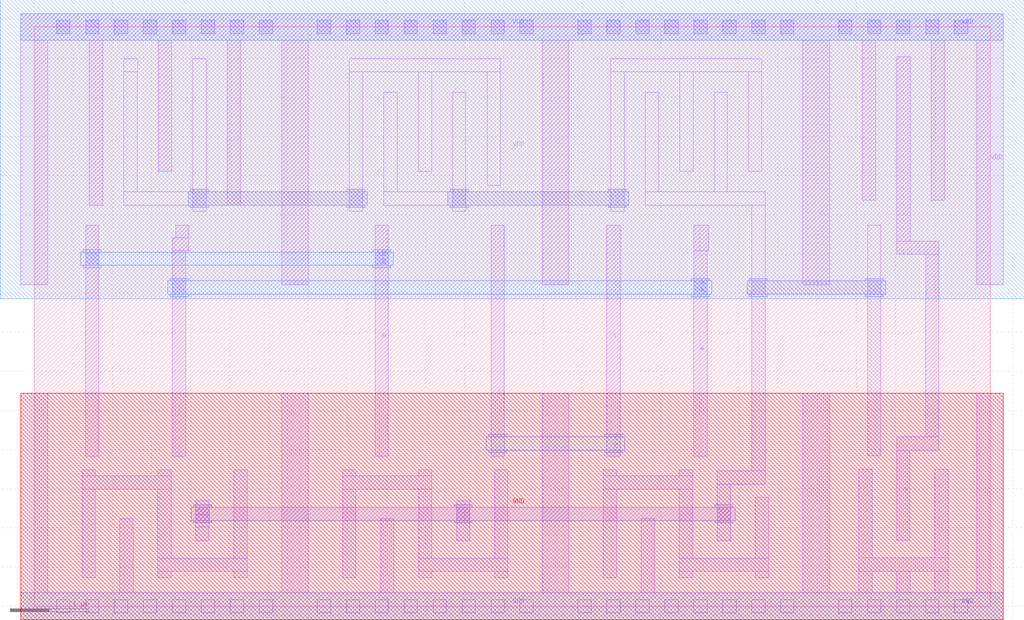
<source format=lef>
VERSION 5.7 ;
  NOWIREEXTENSIONATPIN ON ;
  DIVIDERCHAR "/" ;
  BUSBITCHARS "[]" ;
MACRO VOTER3X1
  CLASS CORE ;
  FOREIGN VOTER3X1 ;
  ORIGIN 0.000 0.000 ;
  SIZE 12.210 BY 7.400 ;
  SYMMETRY X Y R90 ;
  SITE unitrh ;
  PIN Y
    DIRECTION OUTPUT ;
    USE SIGNAL ;
    ANTENNADIFFAREA 0.771900 ;
    PORT
      LAYER li1 ;
        RECT 11.020 4.665 11.190 7.020 ;
        RECT 11.020 4.495 11.555 4.665 ;
        RECT 11.385 2.165 11.555 4.495 ;
        RECT 11.015 1.995 11.555 2.165 ;
        RECT 11.015 0.840 11.185 1.995 ;
    END
  END Y
  PIN A
    DIRECTION INPUT ;
    USE SIGNAL ;
    ANTENNAGATEAREA 2.053700 ;
    PORT
      LAYER li1 ;
        RECT 1.805 4.710 1.975 4.870 ;
        RECT 1.765 4.540 1.975 4.710 ;
        RECT 8.425 4.540 8.615 4.870 ;
        RECT 1.765 1.915 1.935 4.540 ;
        RECT 8.425 1.915 8.595 4.540 ;
      LAYER mcon ;
        RECT 1.765 3.985 1.935 4.155 ;
        RECT 8.425 3.985 8.595 4.155 ;
      LAYER met1 ;
        RECT 1.735 4.155 1.965 4.185 ;
        RECT 8.395 4.155 8.625 4.185 ;
        RECT 1.705 3.985 8.655 4.155 ;
        RECT 1.735 3.955 1.965 3.985 ;
        RECT 8.395 3.955 8.625 3.985 ;
    END
  END A
  PIN B
    DIRECTION INPUT ;
    USE SIGNAL ;
    ANTENNAGATEAREA 2.066500 ;
    PORT
      LAYER li1 ;
        RECT 0.655 1.915 0.825 4.870 ;
        RECT 4.355 1.915 4.525 4.870 ;
      LAYER mcon ;
        RECT 0.655 4.355 0.825 4.525 ;
        RECT 4.355 4.355 4.525 4.525 ;
      LAYER met1 ;
        RECT 0.625 4.525 0.855 4.555 ;
        RECT 4.325 4.525 4.555 4.555 ;
        RECT 0.595 4.355 4.585 4.525 ;
        RECT 0.625 4.325 0.855 4.355 ;
        RECT 4.325 4.325 4.555 4.355 ;
    END
  END B
  PIN C
    DIRECTION INPUT ;
    USE SIGNAL ;
    ANTENNAGATEAREA 2.060500 ;
    PORT
      LAYER li1 ;
        RECT 5.835 1.915 6.005 4.870 ;
        RECT 7.315 1.915 7.485 4.870 ;
      LAYER mcon ;
        RECT 5.835 1.995 6.005 2.165 ;
        RECT 7.315 1.995 7.485 2.165 ;
      LAYER met1 ;
        RECT 5.805 2.165 6.035 2.195 ;
        RECT 7.285 2.165 7.515 2.195 ;
        RECT 5.775 1.995 7.545 2.165 ;
        RECT 5.805 1.965 6.035 1.995 ;
        RECT 7.285 1.965 7.515 1.995 ;
    END
  END C
  PIN VDD
    DIRECTION INOUT ;
    USE POWER ;
    SHAPE ABUTMENT ;
    PORT
      LAYER nwell ;
        RECT -0.435 3.930 12.645 7.750 ;
      LAYER li1 ;
        RECT -0.170 7.230 12.380 7.570 ;
        RECT -0.170 4.110 0.170 7.230 ;
        RECT 0.705 5.125 0.875 7.230 ;
        RECT 1.585 5.555 1.755 7.230 ;
        RECT 2.465 5.125 2.635 7.230 ;
        RECT 3.160 4.110 3.500 7.230 ;
        RECT 6.490 4.110 6.830 7.230 ;
        RECT 9.820 4.110 10.160 7.230 ;
        RECT 10.580 5.185 10.750 7.230 ;
        RECT 11.460 5.185 11.630 7.230 ;
        RECT 12.040 4.110 12.380 7.230 ;
      LAYER mcon ;
        RECT 0.285 7.315 0.455 7.485 ;
        RECT 0.655 7.315 0.825 7.485 ;
        RECT 1.025 7.315 1.195 7.485 ;
        RECT 1.395 7.315 1.565 7.485 ;
        RECT 1.765 7.315 1.935 7.485 ;
        RECT 2.135 7.315 2.305 7.485 ;
        RECT 2.505 7.315 2.675 7.485 ;
        RECT 2.875 7.315 3.045 7.485 ;
        RECT 3.615 7.315 3.785 7.485 ;
        RECT 3.985 7.315 4.155 7.485 ;
        RECT 4.355 7.315 4.525 7.485 ;
        RECT 4.725 7.315 4.895 7.485 ;
        RECT 5.095 7.315 5.265 7.485 ;
        RECT 5.465 7.315 5.635 7.485 ;
        RECT 5.835 7.315 6.005 7.485 ;
        RECT 6.205 7.315 6.375 7.485 ;
        RECT 6.945 7.315 7.115 7.485 ;
        RECT 7.315 7.315 7.485 7.485 ;
        RECT 7.685 7.315 7.855 7.485 ;
        RECT 8.055 7.315 8.225 7.485 ;
        RECT 8.425 7.315 8.595 7.485 ;
        RECT 8.795 7.315 8.965 7.485 ;
        RECT 9.165 7.315 9.335 7.485 ;
        RECT 9.535 7.315 9.705 7.485 ;
        RECT 10.275 7.315 10.445 7.485 ;
        RECT 10.645 7.315 10.815 7.485 ;
        RECT 11.015 7.315 11.185 7.485 ;
        RECT 11.385 7.315 11.555 7.485 ;
        RECT 11.755 7.315 11.925 7.485 ;
      LAYER met1 ;
        RECT -0.170 7.230 12.380 7.570 ;
    END
  END VDD
  PIN GND
    DIRECTION INOUT ;
    USE GROUND ;
    SHAPE ABUTMENT ;
    PORT
      LAYER pwell ;
        RECT -0.170 -0.170 12.380 2.720 ;
      LAYER li1 ;
        RECT -0.170 0.170 0.170 2.720 ;
        RECT 1.095 0.170 1.265 1.120 ;
        RECT 3.160 0.170 3.500 2.720 ;
        RECT 4.425 0.170 4.595 1.120 ;
        RECT 6.490 0.170 6.830 2.720 ;
        RECT 7.755 0.170 7.925 1.120 ;
        RECT 9.820 0.170 10.160 2.720 ;
        RECT 10.535 0.620 10.705 1.750 ;
        RECT 11.505 0.620 11.675 1.750 ;
        RECT 10.535 0.450 11.675 0.620 ;
        RECT 10.535 0.170 10.705 0.450 ;
        RECT 11.020 0.170 11.190 0.450 ;
        RECT 11.505 0.170 11.675 0.450 ;
        RECT 12.040 0.170 12.380 2.720 ;
        RECT -0.170 -0.170 12.380 0.170 ;
      LAYER mcon ;
        RECT 0.285 -0.085 0.455 0.085 ;
        RECT 0.655 -0.085 0.825 0.085 ;
        RECT 1.025 -0.085 1.195 0.085 ;
        RECT 1.395 -0.085 1.565 0.085 ;
        RECT 1.765 -0.085 1.935 0.085 ;
        RECT 2.135 -0.085 2.305 0.085 ;
        RECT 2.505 -0.085 2.675 0.085 ;
        RECT 2.875 -0.085 3.045 0.085 ;
        RECT 3.615 -0.085 3.785 0.085 ;
        RECT 3.985 -0.085 4.155 0.085 ;
        RECT 4.355 -0.085 4.525 0.085 ;
        RECT 4.725 -0.085 4.895 0.085 ;
        RECT 5.095 -0.085 5.265 0.085 ;
        RECT 5.465 -0.085 5.635 0.085 ;
        RECT 5.835 -0.085 6.005 0.085 ;
        RECT 6.205 -0.085 6.375 0.085 ;
        RECT 6.945 -0.085 7.115 0.085 ;
        RECT 7.315 -0.085 7.485 0.085 ;
        RECT 7.685 -0.085 7.855 0.085 ;
        RECT 8.055 -0.085 8.225 0.085 ;
        RECT 8.425 -0.085 8.595 0.085 ;
        RECT 8.795 -0.085 8.965 0.085 ;
        RECT 9.165 -0.085 9.335 0.085 ;
        RECT 9.535 -0.085 9.705 0.085 ;
        RECT 10.275 -0.085 10.445 0.085 ;
        RECT 10.645 -0.085 10.815 0.085 ;
        RECT 11.015 -0.085 11.185 0.085 ;
        RECT 11.385 -0.085 11.555 0.085 ;
        RECT 11.755 -0.085 11.925 0.085 ;
      LAYER met1 ;
        RECT -0.170 -0.170 12.380 0.170 ;
    END
  END GND
  OBS
      LAYER li1 ;
        RECT 1.145 6.825 1.325 6.995 ;
        RECT 1.145 5.295 1.315 6.825 ;
        RECT 2.025 5.295 2.195 6.995 ;
        RECT 1.145 5.125 2.195 5.295 ;
        RECT 2.025 5.045 2.195 5.125 ;
        RECT 4.025 6.825 5.955 6.995 ;
        RECT 4.025 5.045 4.195 6.825 ;
        RECT 4.465 5.295 4.635 6.565 ;
        RECT 4.905 5.555 5.075 6.825 ;
        RECT 5.345 5.295 5.515 6.565 ;
        RECT 5.785 5.375 5.955 6.825 ;
        RECT 7.365 6.825 9.295 6.995 ;
        RECT 4.465 5.125 5.515 5.295 ;
        RECT 5.345 5.045 5.515 5.125 ;
        RECT 7.365 5.045 7.535 6.825 ;
        RECT 7.805 5.295 7.975 6.565 ;
        RECT 8.245 5.555 8.415 6.825 ;
        RECT 8.685 5.295 8.855 6.565 ;
        RECT 9.125 5.555 9.295 6.825 ;
        RECT 7.805 5.125 9.335 5.295 ;
        RECT 0.610 1.665 0.780 1.745 ;
        RECT 1.580 1.665 1.750 1.745 ;
        RECT 0.610 1.495 1.750 1.665 ;
        RECT 0.610 0.365 0.780 1.495 ;
        RECT 1.580 0.615 1.750 1.495 ;
        RECT 2.065 1.170 2.235 1.345 ;
        RECT 2.060 1.015 2.235 1.170 ;
        RECT 2.060 0.835 2.230 1.015 ;
        RECT 2.550 0.615 2.720 1.745 ;
        RECT 1.580 0.445 2.720 0.615 ;
        RECT 1.580 0.365 1.750 0.445 ;
        RECT 2.550 0.365 2.720 0.445 ;
        RECT 3.940 1.665 4.110 1.745 ;
        RECT 4.910 1.665 5.080 1.745 ;
        RECT 3.940 1.495 5.080 1.665 ;
        RECT 3.940 0.365 4.110 1.495 ;
        RECT 4.910 0.615 5.080 1.495 ;
        RECT 5.395 0.835 5.565 1.345 ;
        RECT 5.880 0.615 6.050 1.745 ;
        RECT 4.910 0.445 6.050 0.615 ;
        RECT 4.910 0.365 5.080 0.445 ;
        RECT 5.880 0.365 6.050 0.445 ;
        RECT 7.270 1.665 7.440 1.745 ;
        RECT 8.240 1.665 8.410 1.745 ;
        RECT 9.165 1.730 9.335 5.125 ;
        RECT 10.645 1.920 10.815 4.865 ;
        RECT 7.270 1.495 8.410 1.665 ;
        RECT 7.270 0.365 7.440 1.495 ;
        RECT 8.240 0.615 8.410 1.495 ;
        RECT 8.725 1.560 9.335 1.730 ;
        RECT 8.725 0.835 8.895 1.560 ;
        RECT 9.210 0.615 9.380 1.390 ;
        RECT 8.240 0.445 9.380 0.615 ;
        RECT 8.240 0.365 8.410 0.445 ;
        RECT 9.210 0.365 9.380 0.445 ;
      LAYER mcon ;
        RECT 2.025 5.125 2.195 5.295 ;
        RECT 4.025 5.125 4.195 5.295 ;
        RECT 5.345 5.125 5.515 5.295 ;
        RECT 7.365 5.125 7.535 5.295 ;
        RECT 9.165 3.985 9.335 4.155 ;
        RECT 2.065 1.095 2.235 1.265 ;
        RECT 5.395 1.095 5.565 1.265 ;
        RECT 10.645 3.985 10.815 4.155 ;
        RECT 8.725 1.095 8.895 1.265 ;
      LAYER met1 ;
        RECT 1.995 5.295 2.225 5.325 ;
        RECT 3.995 5.295 4.225 5.325 ;
        RECT 5.315 5.295 5.545 5.325 ;
        RECT 7.335 5.295 7.565 5.325 ;
        RECT 1.965 5.125 4.255 5.295 ;
        RECT 5.285 5.125 7.595 5.295 ;
        RECT 1.995 5.095 2.225 5.125 ;
        RECT 3.995 5.095 4.225 5.125 ;
        RECT 5.315 5.095 5.545 5.125 ;
        RECT 7.335 5.095 7.565 5.125 ;
        RECT 9.135 4.155 9.365 4.185 ;
        RECT 10.615 4.155 10.845 4.185 ;
        RECT 9.105 3.985 10.875 4.155 ;
        RECT 9.135 3.955 9.365 3.985 ;
        RECT 10.615 3.955 10.845 3.985 ;
        RECT 2.035 1.265 2.265 1.295 ;
        RECT 5.365 1.265 5.595 1.295 ;
        RECT 8.695 1.265 8.925 1.295 ;
        RECT 2.005 1.095 8.955 1.265 ;
        RECT 2.035 1.065 2.265 1.095 ;
        RECT 5.365 1.065 5.595 1.095 ;
        RECT 8.695 1.065 8.925 1.095 ;
  END
END VOTER3X1
END LIBRARY


</source>
